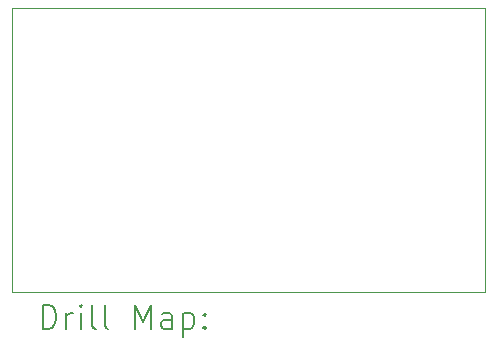
<source format=gbr>
%TF.GenerationSoftware,KiCad,Pcbnew,8.0.7*%
%TF.CreationDate,2025-01-12T01:40:59+08:00*%
%TF.ProjectId,power,706f7765-722e-46b6-9963-61645f706362,rev?*%
%TF.SameCoordinates,Original*%
%TF.FileFunction,Drillmap*%
%TF.FilePolarity,Positive*%
%FSLAX45Y45*%
G04 Gerber Fmt 4.5, Leading zero omitted, Abs format (unit mm)*
G04 Created by KiCad (PCBNEW 8.0.7) date 2025-01-12 01:40:59*
%MOMM*%
%LPD*%
G01*
G04 APERTURE LIST*
%ADD10C,0.050000*%
%ADD11C,0.200000*%
G04 APERTURE END LIST*
D10*
X15000000Y-6150000D02*
X19000000Y-6150000D01*
X19000000Y-8550000D01*
X15000000Y-8550000D01*
X15000000Y-6150000D01*
D11*
X15258277Y-8863984D02*
X15258277Y-8663984D01*
X15258277Y-8663984D02*
X15305896Y-8663984D01*
X15305896Y-8663984D02*
X15334467Y-8673508D01*
X15334467Y-8673508D02*
X15353515Y-8692555D01*
X15353515Y-8692555D02*
X15363039Y-8711603D01*
X15363039Y-8711603D02*
X15372562Y-8749698D01*
X15372562Y-8749698D02*
X15372562Y-8778270D01*
X15372562Y-8778270D02*
X15363039Y-8816365D01*
X15363039Y-8816365D02*
X15353515Y-8835412D01*
X15353515Y-8835412D02*
X15334467Y-8854460D01*
X15334467Y-8854460D02*
X15305896Y-8863984D01*
X15305896Y-8863984D02*
X15258277Y-8863984D01*
X15458277Y-8863984D02*
X15458277Y-8730650D01*
X15458277Y-8768746D02*
X15467801Y-8749698D01*
X15467801Y-8749698D02*
X15477324Y-8740174D01*
X15477324Y-8740174D02*
X15496372Y-8730650D01*
X15496372Y-8730650D02*
X15515420Y-8730650D01*
X15582086Y-8863984D02*
X15582086Y-8730650D01*
X15582086Y-8663984D02*
X15572562Y-8673508D01*
X15572562Y-8673508D02*
X15582086Y-8683031D01*
X15582086Y-8683031D02*
X15591610Y-8673508D01*
X15591610Y-8673508D02*
X15582086Y-8663984D01*
X15582086Y-8663984D02*
X15582086Y-8683031D01*
X15705896Y-8863984D02*
X15686848Y-8854460D01*
X15686848Y-8854460D02*
X15677324Y-8835412D01*
X15677324Y-8835412D02*
X15677324Y-8663984D01*
X15810658Y-8863984D02*
X15791610Y-8854460D01*
X15791610Y-8854460D02*
X15782086Y-8835412D01*
X15782086Y-8835412D02*
X15782086Y-8663984D01*
X16039229Y-8863984D02*
X16039229Y-8663984D01*
X16039229Y-8663984D02*
X16105896Y-8806841D01*
X16105896Y-8806841D02*
X16172562Y-8663984D01*
X16172562Y-8663984D02*
X16172562Y-8863984D01*
X16353515Y-8863984D02*
X16353515Y-8759222D01*
X16353515Y-8759222D02*
X16343991Y-8740174D01*
X16343991Y-8740174D02*
X16324943Y-8730650D01*
X16324943Y-8730650D02*
X16286848Y-8730650D01*
X16286848Y-8730650D02*
X16267801Y-8740174D01*
X16353515Y-8854460D02*
X16334467Y-8863984D01*
X16334467Y-8863984D02*
X16286848Y-8863984D01*
X16286848Y-8863984D02*
X16267801Y-8854460D01*
X16267801Y-8854460D02*
X16258277Y-8835412D01*
X16258277Y-8835412D02*
X16258277Y-8816365D01*
X16258277Y-8816365D02*
X16267801Y-8797317D01*
X16267801Y-8797317D02*
X16286848Y-8787793D01*
X16286848Y-8787793D02*
X16334467Y-8787793D01*
X16334467Y-8787793D02*
X16353515Y-8778270D01*
X16448753Y-8730650D02*
X16448753Y-8930650D01*
X16448753Y-8740174D02*
X16467801Y-8730650D01*
X16467801Y-8730650D02*
X16505896Y-8730650D01*
X16505896Y-8730650D02*
X16524943Y-8740174D01*
X16524943Y-8740174D02*
X16534467Y-8749698D01*
X16534467Y-8749698D02*
X16543991Y-8768746D01*
X16543991Y-8768746D02*
X16543991Y-8825889D01*
X16543991Y-8825889D02*
X16534467Y-8844936D01*
X16534467Y-8844936D02*
X16524943Y-8854460D01*
X16524943Y-8854460D02*
X16505896Y-8863984D01*
X16505896Y-8863984D02*
X16467801Y-8863984D01*
X16467801Y-8863984D02*
X16448753Y-8854460D01*
X16629705Y-8844936D02*
X16639229Y-8854460D01*
X16639229Y-8854460D02*
X16629705Y-8863984D01*
X16629705Y-8863984D02*
X16620182Y-8854460D01*
X16620182Y-8854460D02*
X16629705Y-8844936D01*
X16629705Y-8844936D02*
X16629705Y-8863984D01*
X16629705Y-8740174D02*
X16639229Y-8749698D01*
X16639229Y-8749698D02*
X16629705Y-8759222D01*
X16629705Y-8759222D02*
X16620182Y-8749698D01*
X16620182Y-8749698D02*
X16629705Y-8740174D01*
X16629705Y-8740174D02*
X16629705Y-8759222D01*
M02*

</source>
